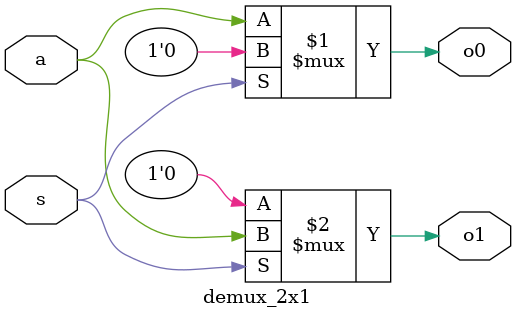
<source format=v>
`timescale 1ns / 1ps
module demux_2x1(input a,s, output o1,o0);
    assign o0=s?1'b0:a;
    assign o1=s?a:1'b0;
endmodule

</source>
